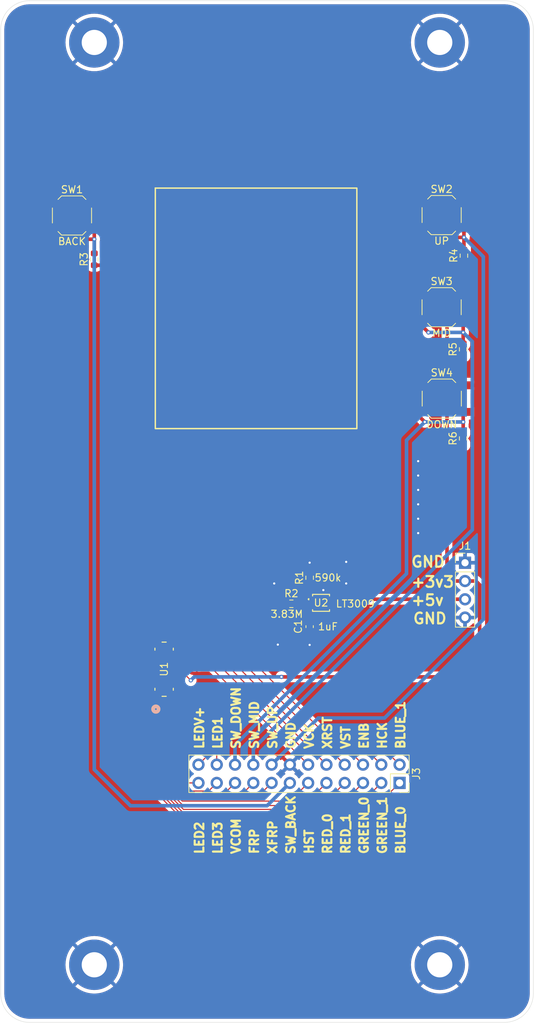
<source format=kicad_pcb>
(kicad_pcb (version 20240108) (generator "pcbnew") (generator_version "8.0")
  (layers (0 "F.Cu" signal) (31 "B.Cu" signal) (34 "B.Paste" user) (35 "F.Paste" user) (36 "B.SilkS" user "B.Silkscreen") (37 "F.SilkS" user "F.Silkscreen") (38 "B.Mask" user) (39 "F.Mask" user) (44 "Edge.Cuts" user))
  (net 0 "")
  (net 1 "GND")
  (net 3 "/VDDP")
  (net 4 "+5V")
  (net 5 "VCC")
  (net 6 "/LED2")
  (net 7 "/VCK")
  (net 8 "/VCOM")
  (net 9 "/XFRP")
  (net 10 "/GREEN_1")
  (net 11 "/GREEN_0")
  (net 12 "/RED_0")
  (net 13 "/LED1")
  (net 14 "/BLUE_0")
  (net 15 "/FRP")
  (net 16 "/BLUE_1")
  (net 17 "/VST")
  (net 18 "/HST")
  (net 19 "/LED3")
  (net 20 "/XRST")
  (net 21 "/RED_1")
  (net 23 "/LEDV+")
  (net 24 "/HCK")
  (net 25 "/ENB")
  (net 26 "Net-(U2-ADJ{slash}NC)")
  (net 27 "/SW_BACK")
  (net 28 "/SW_UP")
  (net 29 "/SW_MID")
  (net 30 "/SW_DOWN")
  (footprint "Capacitor_SMD:C_0603_1608Metric" (layer "F.Cu") (at 138.92 117 -90)
    (property "Reference" "C1" (at 0 1.59 90) (layer "F.SilkS"))
    (property "Value" "1uF" (at 0 -2.54 180) (layer "F.SilkS"))
    (fp_line (start -0.14058 0.51) (end 0.14058 0.51) (stroke (width 0.12)) (layer "F.SilkS"))
    (fp_line (start -0.14058 -0.51) (end 0.14058 -0.51) (stroke (width 0.12)) (layer "F.SilkS"))
    (pad "1" smd roundrect (at -0.775 0 270) (size 0.9 0.95) (layers "F.Cu" "F.Paste" "F.Mask") (net 3 "/VDDP"))
    (pad "2" smd roundrect (at 0.775 0 270) (size 0.9 0.95) (layers "F.Cu" "F.Paste" "F.Mask") (net 1 "GND"))
  )
  (footprint "BM20B:BM20B0.6-24DS-0.4V53_HIR" (layer "F.Cu") (at 118.703065 122.91695 90)
    (property "Reference" "U1" (at 0 0 90) (layer "F.SilkS"))
    (property "Value" "BM20B0.6-24DS-0.4V53")
    (fp_circle (center -5.545 -1.15) (end -5.164 -1.15) (stroke (width 0.508)) (fill none) (layer "B.SilkS"))
    (fp_line (start 2.924861 -1.277) (end 2.647041 -1.277) (stroke (width 0.1524)) (layer "F.SilkS"))
    (fp_line (start -2.647041 -1.277) (end -2.924861 -1.277) (stroke (width 0.1524)) (layer "F.SilkS"))
    (fp_line (start -3.767 -0.287533) (end -3.767 0.287573) (stroke (width 0.1524)) (layer "F.SilkS"))
    (fp_line (start 3.767 0.287573) (end 3.767 -0.287533) (stroke (width 0.1524)) (layer "F.SilkS"))
    (fp_line (start 2.647041 1.277) (end 2.92481 1.277) (stroke (width 0.1524)) (layer "F.SilkS"))
    (fp_line (start -2.92481 1.277) (end -2.647041 1.277) (stroke (width 0.1524)) (layer "F.SilkS"))
    (fp_circle (center -5.545 -1.15) (end -5.164 -1.15) (stroke (width 0.508)) (fill none) (layer "F.SilkS"))
    (pad "1" smd rect (at 2.200001 -1.15 90) (size 0.2286 0.3048) (layers "F.Cu" "F.Paste" "F.Mask") (net 14 "/BLUE_0"))
    (pad "2" smd rect (at 1.799999 -1.15 90) (size 0.2286 0.3048) (layers "F.Cu" "F.Paste" "F.Mask") (net 10 "/GREEN_1"))
    (pad "3" smd rect (at 1.4 -1.15 90) (size 0.2286 0.3048) (layers "F.Cu" "F.Paste" "F.Mask") (net 11 "/GREEN_0"))
    (pad "4" smd rect (at 1.000001 -1.15 90) (size 0.2286 0.3048) (layers "F.Cu" "F.Paste" "F.Mask") (net 21 "/RED_1"))
    (pad "5" smd rect (at 0.599999 -1.15 90) (size 0.2286 0.3048) (layers "F.Cu" "F.Paste" "F.Mask") (net 12 "/RED_0"))
    (pad "6" smd rect (at 0.2 -1.15 90) (size 0.2286 0.3048) (layers "F.Cu" "F.Paste" "F.Mask") (net 18 "/HST"))
    (pad "7" smd rect (at -0.2 -1.15 90) (size 0.2286 0.3048) (layers "F.Cu" "F.Paste" "F.Mask") (net 3 "/VDDP"))
    (pad "8" smd rect (at -0.599999 -1.15 90) (size 0.2286 0.3048) (layers "F.Cu" "F.Paste" "F.Mask") (net 9 "/XFRP"))
    (pad "9" smd rect (at -1.000001 -1.15 90) (size 0.2286 0.3048) (layers "F.Cu" "F.Paste" "F.Mask") (net 15 "/FRP"))
    (pad "10" smd rect (at -1.4 -1.15 90) (size 0.2286 0.3048) (layers "F.Cu" "F.Paste" "F.Mask") (net 8 "/VCOM"))
    (pad "11" smd rect (at -1.799999 -1.15 90) (size 0.2286 0.3048) (layers "F.Cu" "F.Paste" "F.Mask") (net 19 "/LED3"))
    (pad "12" smd rect (at -2.200001 -1.15 90) (size 0.2286 0.3048) (layers "F.Cu" "F.Paste" "F.Mask") (net 6 "/LED2"))
    (pad "13" smd rect (at -2.200001 1.15 90) (size 0.2286 0.3048) (layers "F.Cu" "F.Paste" "F.Mask") (net 23 "/LEDV+"))
    (pad "14" smd rect (at -1.799999 1.15 90) (size 0.2286 0.3048) (layers "F.Cu" "F.Paste" "F.Mask") (net 13 "/LED1"))
    (pad "15" smd rect (at -1.4 1.15 90) (size 0.2286 0.3048) (layers "F.Cu" "F.Paste" "F.Mask"))
    (pad "16" smd rect (at -1.000001 1.15 90) (size 0.2286 0.3048) (layers "F.Cu" "F.Paste" "F.Mask") (net 5 "VCC"))
    (pad "17" smd rect (at -0.599999 1.15 90) (size 0.2286 0.3048) (layers "F.Cu" "F.Paste" "F.Mask"))
    (pad "18" smd rect (at -0.2 1.15 90) (size 0.2286 0.3048) (layers "F.Cu" "F.Paste" "F.Mask") (net 1 "GND"))
    (pad "19" smd rect (at 0.2 1.15 90) (size 0.2286 0.3048) (layers "F.Cu" "F.Paste" "F.Mask") (net 7 "/VCK"))
    (pad "20" smd rect (at 0.599999 1.15 90) (size 0.2286 0.3048) (layers "F.Cu" "F.Paste" "F.Mask") (net 20 "/XRST"))
    (pad "21" smd rect (at 1.000001 1.15 90) (size 0.2286 0.3048) (layers "F.Cu" "F.Paste" "F.Mask") (net 17 "/VST"))
    (pad "22" smd rect (at 1.4 1.15 90) (size 0.2286 0.3048) (layers "F.Cu" "F.Paste" "F.Mask") (net 25 "/ENB"))
    (pad "23" smd rect (at 1.799999 1.15 90) (size 0.2286 0.3048) (layers "F.Cu" "F.Paste" "F.Mask") (net 24 "/HCK"))
    (pad "24" smd rect (at 2.200001 1.15 90) (size 0.2286 0.3048) (layers "F.Cu" "F.Paste" "F.Mask") (net 16 "/BLUE_1"))
    (pad "25" smd rect (at -3.410001 -0.930935 180) (size 0.762 0.3048) (layers "F.Cu" "F.Paste" "F.Mask"))
    (pad "26" smd rect (at 3.410001 -0.930935 180) (size 0.762 0.3048) (layers "F.Cu" "F.Paste" "F.Mask"))
    (pad "27" smd rect (at -3.40995 0.930935 180) (size 0.762 0.3048) (layers "F.Cu" "F.Paste" "F.Mask"))
    (pad "28" smd rect (at 3.40995 0.930935 180) (size 0.762 0.3048) (layers "F.Cu" "F.Paste" "F.Mask"))
  )
  (footprint "Resistor_SMD:R_0603_1608Metric" (layer "F.Cu") (at 136.38 113.825 180)
    (property "Reference" "R2" (at 0 1.43 0) (layer "F.SilkS"))
    (property "Value" "3.83M" (at 0.635 -1.43 0) (layer "F.SilkS"))
    (fp_line (start -0.237258 0.5225) (end 0.237258 0.5225) (stroke (width 0.12)) (layer "F.SilkS"))
    (fp_line (start -0.237258 -0.5225) (end 0.237258 -0.5225) (stroke (width 0.12)) (layer "F.SilkS"))
    (pad "1" smd roundrect (at -0.825 0 180) (size 0.8 0.95) (layers "F.Cu" "F.Paste" "F.Mask") (net 3 "/VDDP"))
    (pad "2" smd roundrect (at 0.825 0 180) (size 0.8 0.95) (layers "F.Cu" "F.Paste" "F.Mask") (net 26 "Net-(U2-ADJ{slash}NC)"))
  )
  (footprint "LT3009:DFN-6_DC_LIT" (layer "F.Cu") (at 140.507599 113.689999)
    (property "Reference" "U2" (at 0 0 0) (layer "F.SilkS"))
    (property "Value" "LT3009" (at 4.762401 0.135001 0) (layer "F.SilkS"))
    (fp_line (start -1.177 -1.177) (end -1.177 -0.957339) (stroke (width 0.1524)) (layer "F.SilkS"))
    (fp_line (start -1.177 0.957339) (end -1.177 1.177) (stroke (width 0.1524)) (layer "F.SilkS"))
    (fp_line (start -1.177 1.177) (end 1.177 1.177) (stroke (width 0.1524)) (layer "F.SilkS"))
    (fp_line (start 1.177 -1.177) (end -1.177 -1.177) (stroke (width 0.1524)) (layer "F.SilkS"))
    (fp_line (start 1.177 -0.957339) (end 1.177 -1.177) (stroke (width 0.1524)) (layer "F.SilkS"))
    (fp_line (start 1.177 1.177) (end 1.177 0.957339) (stroke (width 0.1524)) (layer "F.SilkS"))
    (fp_arc (start -1.687541 -0.426171) (mid -1.7826 -0.5) (end -1.687541 -0.573829) (stroke (width 0.1524)) (layer "F.SilkS"))
    (pad "1" smd rect (at -0.952401 -0.499999) (size 0.8048 0.2492) (layers "F.Cu" "F.Paste" "F.Mask") (net 26 "Net-(U2-ADJ{slash}NC)"))
    (pad "2" smd rect (at -0.952401 0) (size 0.8048 0.2492) (layers "F.Cu" "F.Paste" "F.Mask") (net 3 "/VDDP"))
    (pad "3" smd rect (at -0.952401 0.499999) (size 0.8048 0.2492) (layers "F.Cu" "F.Paste" "F.Mask") (net 3 "/VDDP"))
    (pad "4" smd rect (at 0.952401 0.499999) (size 0.8048 0.2492) (layers "F.Cu" "F.Paste" "F.Mask") (net 4 "+5V"))
    (pad "5" smd rect (at 0.952401 0) (size 0.8048 0.2492) (layers "F.Cu" "F.Paste" "F.Mask") (net 4 "+5V"))
    (pad "6" smd rect (at 0.952401 -0.499999) (size 0.8048 0.2492) (layers "F.Cu" "F.Paste" "F.Mask") (net 1 "GND"))
    (pad "7" smd rect (at 0 0) (size 0.61 1.42) (layers "F.Cu" "F.Paste" "F.Mask") (net 1 "GND"))
  )
  (footprint "MountingHole:MountingHole_3.5mm_Pad" (layer "F.Cu") (at 109 164)
    (property "Reference" "H3" (hide yes))
    (property "Value" "GND")
    (pad "1" thru_hole circle (at 0 0) (size 7 7) (drill 3.5) (layers "*.Cu" "*.Mask") (net 1 "GND"))
  )
  (footprint "Resistor_SMD:R_0603_1608Metric" (layer "F.Cu") (at 138.92 110.205 90)
    (property "Reference" "R1" (at 0 -1.43 90) (layer "F.SilkS"))
    (property "Value" "590k" (at 0 2.54 180) (layer "F.SilkS"))
    (fp_line (start -0.237258 -0.5225) (end 0.237258 -0.5225) (stroke (width 0.12)) (layer "F.SilkS"))
    (fp_line (start -0.237258 0.5225) (end 0.237258 0.5225) (stroke (width 0.12)) (layer "F.SilkS"))
    (pad "1" smd roundrect (at -0.825 0 90) (size 0.8 0.95) (layers "F.Cu" "F.Paste" "F.Mask") (net 26 "Net-(U2-ADJ{slash}NC)"))
    (pad "2" smd roundrect (at 0.825 0 90) (size 0.8 0.95) (layers "F.Cu" "F.Paste" "F.Mask") (net 1 "GND"))
  )
  (footprint "MountingHole:MountingHole_3.5mm_Pad" (layer "F.Cu") (at 157 35.8)
    (property "Reference" "H2" (hide yes))
    (property "Value" "GND")
    (pad "1" thru_hole circle (at 0 0) (size 7 7) (drill 3.5) (layers "*.Cu" "*.Mask") (net 1 "GND"))
  )
  (footprint "Resistor_SMD:R_0603_1608Metric" (layer "F.Cu") (at 160.3576 65.438 90)
    (property "Reference" "R4" (at 0 -1.43 90) (layer "F.SilkS"))
    (property "Value" "4.7k")
    (fp_line (start -0.237258 -0.5225) (end 0.237258 -0.5225) (stroke (width 0.12)) (layer "F.SilkS"))
    (fp_line (start -0.237258 0.5225) (end 0.237258 0.5225) (stroke (width 0.12)) (layer "F.SilkS"))
    (pad "1" smd roundrect (at -0.825 0 90) (size 0.8 0.95) (layers "F.Cu" "F.Paste" "F.Mask") (net 5 "VCC"))
    (pad "2" smd roundrect (at 0.825 0 90) (size 0.8 0.95) (layers "F.Cu" "F.Paste" "F.Mask") (net 28 "/SW_UP"))
  )
  (footprint "Resistor_SMD:R_0603_1608Metric" (layer "F.Cu") (at 160.256 90.838 90)
    (property "Reference" "R6" (at 0 -1.43 90) (layer "F.SilkS"))
    (property "Value" "4.7k")
    (fp_line (start -0.237258 -0.5225) (end 0.237258 -0.5225) (stroke (width 0.12)) (layer "F.SilkS"))
    (fp_line (start -0.237258 0.5225) (end 0.237258 0.5225) (stroke (width 0.12)) (layer "F.SilkS"))
    (pad "1" smd roundrect (at -0.825 0 90) (size 0.8 0.95) (layers "F.Cu" "F.Paste" "F.Mask") (net 5 "VCC"))
    (pad "2" smd roundrect (at 0.825 0 90) (size 0.8 0.95) (layers "F.Cu" "F.Paste" "F.Mask") (net 30 "/SW_DOWN"))
  )
  (footprint "Connector_PinHeader_2.54mm:PinHeader_2x12_P2.54mm_Vertical" (layer "F.Cu") (at 120.934966 138.722199 90)
    (property "Reference" "J3" (at 1.27 32.81 90) (layer "F.SilkS"))
    (property "Value" "PROTOCONN")
    (fp_line (start -1.33 1.21) (end 3.87 1.21) (stroke (width 0.12)) (layer "F.SilkS"))
    (fp_line (start 1.27 29.21) (end 1.27 31.81) (stroke (width 0.12)) (layer "F.SilkS"))
    (fp_line (start -1.33 29.21) (end -1.33 1.21) (stroke (width 0.12)) (layer "F.SilkS"))
    (fp_line (start -1.33 29.21) (end 1.27 29.21) (stroke (width 0.12)) (layer "F.SilkS"))
    (fp_line (start -1.33 30.48) (end -1.33 31.81) (stroke (width 0.12)) (layer "F.SilkS"))
    (fp_line (start 3.87 31.81) (end 3.87 1.21) (stroke (width 0.12)) (layer "F.SilkS"))
    (fp_line (start 1.27 31.81) (end 3.87 31.81) (stroke (width 0.12)) (layer "F.SilkS"))
    (fp_line (start -1.33 31.81) (end 0 31.81) (stroke (width 0.12)) (layer "F.SilkS"))
    (pad "1" thru_hole rect (at 0 30.48 90) (size 1.7 1.7) (drill 1) (layers "*.Cu" "*.Mask") (net 14 "/BLUE_0"))
    (pad "2" thru_hole circle (at 0 27.94 90) (size 1.7 1.7) (drill 1) (layers "*.Cu" "*.Mask") (net 10 "/GREEN_1"))
    (pad "3" thru_hole circle (at 0 25.4 90) (size 1.7 1.7) (drill 1) (layers "*.Cu" "*.Mask") (net 11 "/GREEN_0"))
    (pad "4" thru_hole circle (at 0 22.86 90) (size 1.7 1.7) (drill 1) (layers "*.Cu" "*.Mask") (net 21 "/RED_1"))
    (pad "5" thru_hole circle (at 0 20.32 90) (size 1.7 1.7) (drill 1) (layers "*.Cu" "*.Mask") (net 12 "/RED_0"))
    (pad "6" thru_hole circle (at 0 17.78 90) (size 1.7 1.7) (drill 1) (layers "*.Cu" "*.Mask") (net 18 "/HST"))
    (pad "7" thru_hole circle (at 0 15.24 90) (size 1.7 1.7) (drill 1) (layers "*.Cu" "*.Mask") (net 27 "/SW_BACK"))
    (pad "8" thru_hole circle (at 0 12.7 90) (size 1.7 1.7) (drill 1) (layers "*.Cu" "*.Mask") (net 9 "/XFRP"))
    (pad "9" thru_hole circle (at 0 10.16 90) (size 1.7 1.7) (drill 1) (layers "*.Cu" "*.Mask") (net 15 "/FRP"))
    (pad "10" thru_hole circle (at 0 7.62 90) (size 1.7 1.7) (drill 1) (layers "*.Cu" "*.Mask") (net 8 "/VCOM"))
    (pad "11" thru_hole circle (at 0 5.08 90) (size 1.7 1.7) (drill 1) (layers "*.Cu" "*.Mask") (net 19 "/LED3"))
    (pad "12" thru_hole circle (at 0 2.54 90) (size 1.7 1.7) (drill 1) (layers "*.Cu" "*.Mask") (net 6 "/LED2"))
    (pad "13" thru_hole circle (at 2.54 2.54 90) (size 1.7 1.7) (drill 1) (layers "*.Cu" "*.Mask") (net 23 "/LEDV+"))
    (pad "14" thru_hole circle (at 2.54 5.08 90) (size 1.7 1.7) (drill 1) (layers "*.Cu" "*.Mask") (net 13 "/LED1"))
    (pad "15" thru_hole circle (at 2.54 7.62 90) (size 1.7 1.7) (drill 1) (layers "*.Cu" "*.Mask") (net 30 "/SW_DOWN"))
    (pad "16" thru_hole circle (at 2.54 10.16 90) (size 1.7 1.7) (drill 1) (layers "*.Cu" "*.Mask") (net 29 "/SW_MID"))
    (pad "17" thru_hole circle (at 2.54 12.7 90) (size 1.7 1.7) (drill 1) (layers "*.Cu" "*.Mask") (net 28 "/SW_UP"))
    (pad "18" thru_hole circle (at 2.54 15.24 90) (size 1.7 1.7) (drill 1) (layers "*.Cu" "*.Mask") (net 1 "GND"))
    (pad "19" thru_hole circle (at 2.54 17.78 90) (size 1.7 1.7) (drill 1) (layers "*.Cu" "*.Mask") (net 7 "/VCK"))
    (pad "20" thru_hole circle (at 2.54 20.32 90) (size 1.7 1.7) (drill 1) (layers "*.Cu" "*.Mask") (net 20 "/XRST"))
    (pad "21" thru_hole circle (at 2.54 22.86 90) (size 1.7 1.7) (drill 1) (layers "*.Cu" "*.Mask") (net 17 "/VST"))
    (pad "22" thru_hole circle (at 2.54 25.4 90) (size 1.7 1.7) (drill 1) (layers "*.Cu" "*.Mask") (net 25 "/ENB"))
    (pad "23" thru_hole circle (at 2.54 27.94 90) (size 1.7 1.7) (drill 1) (layers "*.Cu" "*.Mask") (net 24 "/HCK"))
    (pad "24" thru_hole circle (at 2.54 30.48 90) (size 1.7 1.7) (drill 1) (layers "*.Cu" "*.Mask") (net 16 "/BLUE_1"))
  )
  (footprint "MountingHole:MountingHole_3.5mm_Pad" (layer "F.Cu") (at 109 35.8)
    (property "Reference" "H1" (hide yes))
    (property "Value" "GND")
    (pad "1" thru_hole circle (at 0 0) (size 7 7) (drill 3.5) (layers "*.Cu" "*.Mask") (net 1 "GND"))
  )
  (footprint "Resistor_SMD:R_0603_1608Metric" (layer "F.Cu") (at 108.9988 65.946 90)
    (property "Reference" "R3" (at 0 -1.43 90) (layer "F.SilkS"))
    (property "Value" "4.7k")
    (fp_line (start -0.237258 -0.5225) (end 0.237258 -0.5225) (stroke (width 0.12)) (layer "F.SilkS"))
    (fp_line (start -0.237258 0.5225) (end 0.237258 0.5225) (stroke (width 0.12)) (layer "F.SilkS"))
    (pad "1" smd roundrect (at -0.825 0 90) (size 0.8 0.95) (layers "F.Cu" "F.Paste" "F.Mask") (net 5 "VCC"))
    (pad "2" smd roundrect (at 0.825 0 90) (size 0.8 0.95) (layers "F.Cu" "F.Paste" "F.Mask") (net 27 "/SW_BACK"))
  )
  (footprint "Connector_PinHeader_2.54mm:PinHeader_1x04_P2.54mm_Vertical" (layer "F.Cu") (at 160.51 108.12)
    (property "Reference" "J1" (at 0 -2.33 0) (layer "F.SilkS"))
    (property "Value" "PWRCONN")
    (fp_line (start -1.33 -1.33) (end 0 -1.33) (stroke (width 0.12)) (layer "F.SilkS"))
    (fp_line (start -1.33 0) (end -1.33 -1.33) (stroke (width 0.12)) (layer "F.SilkS"))
    (fp_line (start -1.33 1.27) (end -1.33 8.95) (stroke (width 0.12)) (layer "F.SilkS"))
    (fp_line (start -1.33 1.27) (end 1.33 1.27) (stroke (width 0.12)) (layer "F.SilkS"))
    (fp_line (start -1.33 8.95) (end 1.33 8.95) (stroke (width 0.12)) (layer "F.SilkS"))
    (fp_line (start 1.33 1.27) (end 1.33 8.95) (stroke (width 0.12)) (layer "F.SilkS"))
    (pad "1" thru_hole rect (at 0 0) (size 1.7 1.7) (drill 1) (layers "*.Cu" "*.Mask") (net 1 "GND"))
    (pad "2" thru_hole oval (at 0 2.54) (size 1.7 1.7) (drill 1) (layers "*.Cu" "*.Mask") (net 5 "VCC"))
    (pad "3" thru_hole oval (at 0 5.08) (size 1.7 1.7) (drill 1) (layers "*.Cu" "*.Mask") (net 4 "+5V"))
    (pad "4" thru_hole oval (at 0 7.62) (size 1.7 1.7) (drill 1) (layers "*.Cu" "*.Mask") (net 1 "GND"))
  )
  (footprint "Button_Switch_SMD:SW_SPST_SKQG_WithStem" (layer "F.Cu") (at 157.26 59.795)
    (property "Reference" "SW2" (at 0 -3.6 0) (layer "F.SilkS"))
    (property "Value" "UP" (at 0 3.6 0) (layer "F.SilkS"))
    (fp_line (start -2.72 1.04) (end -2.72 -1.04) (stroke (width 0.12)) (layer "F.SilkS"))
    (fp_line (start -1.45 -2.72) (end -1.94 -2.23) (stroke (width 0.12)) (layer "F.SilkS"))
    (fp_line (start -1.45 -2.72) (end 1.45 -2.72) (stroke (width 0.12)) (layer "F.SilkS"))
    (fp_line (start -1.45 2.72) (end -1.94 2.23) (stroke (width 0.12)) (layer "F.SilkS"))
    (fp_line (start -1.45 2.72) (end 1.45 2.72) (stroke (width 0.12)) (layer "F.SilkS"))
    (fp_line (start 1.45 -2.72) (end 1.94 -2.23) (stroke (width 0.12)) (layer "F.SilkS"))
    (fp_line (start 1.45 2.72) (end 1.94 2.23) (stroke (width 0.12)) (layer "F.SilkS"))
    (fp_line (start 2.72 1.04) (end 2.72 -1.04) (stroke (width 0.12)) (layer "F.SilkS"))
    (pad "1" smd rect (at -3.1 -1.85) (size 1.8 1.1) (layers "F.Cu" "F.Paste" "F.Mask") (net 1 "GND"))
    (pad "1" smd rect (at 3.1 -1.85) (size 1.8 1.1) (layers "F.Cu" "F.Paste" "F.Mask") (net 1 "GND"))
    (pad "2" smd rect (at -3.1 1.85) (size 1.8 1.1) (layers "F.Cu" "F.Paste" "F.Mask") (net 28 "/SW_UP"))
    (pad "2" smd rect (at 3.1 1.85) (size 1.8 1.1) (layers "F.Cu" "F.Paste" "F.Mask") (net 28 "/SW_UP"))
    (zone (net 0) (net_name "") (layer "F.Cu") (connect_pads (clearance 0)) (min_thickness 0.254)
      (keepout (tracks not_allowed) (vias not_allowed) (pads not_allowed) (copperpour not_allowed) (footprints not_allowed))
      (fill (thermal_gap 0.508) (thermal_bridge_width 0.508))
      (polygon (pts (xy 153.26 58.495) (xy 156.26 58.495) (xy 156.26 61.095) (xy 153.26 61.095)))
    )
    (zone (net 0) (net_name "") (layer "F.Cu") (connect_pads (clearance 0)) (min_thickness 0.254)
      (keepout (tracks not_allowed) (vias not_allowed) (pads not_allowed) (copperpour not_allowed) (footprints not_allowed))
      (fill (thermal_gap 0.508) (thermal_bridge_width 0.508))
      (polygon (pts (xy 158.26 58.495) (xy 161.26 58.495) (xy 161.26 61.095) (xy 158.26 61.095)))
    )
  )
  (footprint "Button_Switch_SMD:SW_SPST_SKQG_WithStem" (layer "F.Cu") (at 105.9 59.85)
    (property "Reference" "SW1" (at 0 -3.6 0) (layer "F.SilkS"))
    (property "Value" "BACK" (at 0 3.6 0) (layer "F.SilkS"))
    (fp_line (start -2.72 1.04) (end -2.72 -1.04) (stroke (width 0.12)) (layer "F.SilkS"))
    (fp_line (start -1.45 -2.72) (end -1.94 -2.23) (stroke (width 0.12)) (layer "F.SilkS"))
    (fp_line (start -1.45 -2.72) (end 1.45 -2.72) (stroke (width 0.12)) (layer "F.SilkS"))
    (fp_line (start -1.45 2.72) (end -1.94 2.23) (stroke (width 0.12)) (layer "F.SilkS"))
    (fp_line (start -1.45 2.72) (end 1.45 2.72) (stroke (width 0.12)) (layer "F.SilkS"))
    (fp_line (start 1.45 -2.72) (end 1.94 -2.23) (stroke (width 0.12)) (layer "F.SilkS"))
    (fp_line (start 1.45 2.72) (end 1.94 2.23) (stroke (width 0.12)) (layer "F.SilkS"))
    (fp_line (start 2.72 1.04) (end 2.72 -1.04) (stroke (width 0.12)) (layer "F.SilkS"))
    (pad "1" smd rect (at -3.1 -1.85) (size 1.8 1.1) (layers "F.Cu" "F.Paste" "F.Mask") (net 1 "GND"))
    (pad "1" smd rect (at 3.1 -1.85) (size 1.8 1.1) (layers "F.Cu" "F.Paste" "F.Mask") (net 1 "GND"))
    (pad "2" smd rect (at -3.1 1.85) (size 1.8 1.1) (layers "F.Cu" "F.Paste" "F.Mask") (net 27 "/SW_BACK"))
    (pad "2" smd rect (at 3.1 1.85) (size 1.8 1.1) (layers "F.Cu" "F.Paste" "F.Mask") (net 27 "/SW_BACK"))
    (zone (net 0) (net_name "") (layer "F.Cu") (connect_pads (clearance 0)) (min_thickness 0.254)
      (keepout (tracks not_allowed) (vias not_allowed) (pads not_allowed) (copperpour not_allowed) (footprints not_allowed))
      (fill (thermal_gap 0.508) (thermal_bridge_width 0.508))
      (polygon (pts (xy 101.9 58.55) (xy 104.9 58.55) (xy 104.9 61.15) (xy 101.9 61.15)))
    )
    (zone (net 0) (net_name "") (layer "F.Cu") (connect_pads (clearance 0)) (min_thickness 0.254)
      (keepout (tracks not_allowed) (vias not_allowed) (pads not_allowed) (copperpour not_allowed) (footprints not_allowed))
      (fill (thermal_gap 0.508) (thermal_bridge_width 0.508))
      (polygon (pts (xy 106.9 58.55) (xy 109.9 58.55) (xy 109.9 61.15) (xy 106.9 61.15)))
    )
  )
  (footprint "MountingHole:MountingHole_3.5mm_Pad" (layer "F.Cu") (at 157 164)
    (property "Reference" "H4" (hide yes))
    (property "Value" "GND")
    (pad "1" thru_hole circle (at 0 0) (size 7 7) (drill 3.5) (layers "*.Cu" "*.Mask") (net 1 "GND"))
  )
  (footprint "Resistor_SMD:R_0603_1608Metric" (layer "F.Cu") (at 160.256 78.455 90)
    (property "Reference" "R5" (at 0 -1.43 90) (layer "F.SilkS"))
    (property "Value" "4.7k")
    (fp_line (start -0.237258 -0.5225) (end 0.237258 -0.5225) (stroke (width 0.12)) (layer "F.SilkS"))
    (fp_line (start -0.237258 0.5225) (end 0.237258 0.5225) (stroke (width 0.12)) (layer "F.SilkS"))
    (pad "1" smd roundrect (at -0.825 0 90) (size 0.8 0.95) (layers "F.Cu" "F.Paste" "F.Mask") (net 5 "VCC"))
    (pad "2" smd roundrect (at 0.825 0 90) (size 0.8 0.95) (layers "F.Cu" "F.Paste" "F.Mask") (net 29 "/SW_MID"))
  )
  (footprint "Button_Switch_SMD:SW_SPST_SKQG_WithStem" (layer "F.Cu") (at 157.28 85.305)
    (property "Reference" "SW4" (at 0 -3.6 0) (layer "F.SilkS"))
    (property "Value" "DOWN" (at 0 3.6 0) (layer "F.SilkS"))
    (fp_line (start -2.72 1.04) (end -2.72 -1.04) (stroke (width 0.12)) (layer "F.SilkS"))
    (fp_line (start -1.45 -2.72) (end -1.94 -2.23) (stroke (width 0.12)) (layer "F.SilkS"))
    (fp_line (start -1.45 -2.72) (end 1.45 -2.72) (stroke (width 0.12)) (layer "F.SilkS"))
    (fp_line (start -1.45 2.72) (end -1.94 2.23) (stroke (width 0.12)) (layer "F.SilkS"))
    (fp_line (start -1.45 2.72) (end 1.45 2.72) (stroke (width 0.12)) (layer "F.SilkS"))
    (fp_line (start 1.45 -2.72) (end 1.94 -2.23) (stroke (width 0.12)) (layer "F.SilkS"))
    (fp_line (start 1.45 2.72) (end 1.94 2.23) (stroke (width 0.12)) (layer "F.SilkS"))
    (fp_line (start 2.72 1.04) (end 2.72 -1.04) (stroke (width 0.12)) (layer "F.SilkS"))
    (pad "1" smd rect (at -3.1 -1.85) (size 1.8 1.1) (layers "F.Cu" "F.Paste" "F.Mask") (net 1 "GND"))
    (pad "1" smd rect (at 3.1 -1.85) (size 1.8 1.1) (layers "F.Cu" "F.Paste" "F.Mask") (net 1 "GND"))
    (pad "2" smd rect (at -3.1 1.85) (size 1.8 1.1) (layers "F.Cu" "F.Paste" "F.Mask") (net 30 "/SW_DOWN"))
    (pad "2" smd rect (at 3.1 1.85) (size 1.8 1.1) (layers "F.Cu" "F.Paste" "F.Mask") (net 30 "/SW_DOWN"))
    (zone (net 0) (net_name "") (layer "F.Cu") (connect_pads (clearance 0)) (min_thickness 0.254)
      (keepout (tracks not_allowed) (vias not_allowed) (pads not_allowed) (copperpour not_allowed) (footprints not_allowed))
      (fill (thermal_gap 0.508) (thermal_bridge_width 0.508))
      (polygon (pts (xy 153.28 84.005) (xy 156.28 84.005) (xy 156.28 86.605) (xy 153.28 86.605)))
    )
    (zone (net 0) (net_name "") (layer "F.Cu") (connect_pads (clearance 0)) (min_thickness 0.254)
      (keepout (tracks not_allowed) (vias not_allowed) (pads not_allowed) (copperpour not_allowed) (footprints not_allowed))
      (fill (thermal_gap 0.508) (thermal_bridge_width 0.508))
      (polygon (pts (xy 158.28 84.005) (xy 161.28 84.005) (xy 161.28 86.605) (xy 158.28 86.605)))
    )
  )
  (footprint "Button_Switch_SMD:SW_SPST_SKQG_WithStem" (layer "F.Cu") (at 157.257 72.605)
    (property "Reference" "SW3" (at 0 -3.6 0) (layer "F.SilkS"))
    (property "Value" "MID" (at 0 3.6 0) (layer "F.SilkS"))
    (fp_line (start -2.72 1.04) (end -2.72 -1.04) (stroke (width 0.12)) (layer "F.SilkS"))
    (fp_line (start -1.45 -2.72) (end -1.94 -2.23) (stroke (width 0.12)) (layer "F.SilkS"))
    (fp_line (start -1.45 -2.72) (end 1.45 -2.72) (stroke (width 0.12)) (layer "F.SilkS"))
    (fp_line (start -1.45 2.72) (end -1.94 2.23) (stroke (width 0.12)) (layer "F.SilkS"))
    (fp_line (start -1.45 2.72) (end 1.45 2.72) (stroke (width 0.12)) (layer "F.SilkS"))
    (fp_line (start 1.45 -2.72) (end 1.94 -2.23) (stroke (width 0.12)) (layer "F.SilkS"))
    (fp_line (start 1.45 2.72) (end 1.94 2.23) (stroke (width 0.12)) (layer "F.SilkS"))
    (fp_line (start 2.72 1.04) (end 2.72 -1.04) (stroke (width 0.12)) (layer "F.SilkS"))
    (pad "1" smd rect (at -3.1 -1.85) (size 1.8 1.1) (layers "F.Cu" "F.Paste" "F.Mask") (net 1 "GND"))
    (pad "1" smd rect (at 3.1 -1.85) (size 1.8 1.1) (layers "F.Cu" "F.Paste" "F.Mask") (net 1 "GND"))
    (pad "2" smd rect (at -3.1 1.85) (size 1.8 1.1) (layers "F.Cu" "F.Paste" "F.Mask") (net 29 "/SW_MID"))
    (pad "2" smd rect (at 3.1 1.85) (size 1.8 1.1) (layers "F.Cu" "F.Paste" "F.Mask") (net 29 "/SW_MID"))
    (zone (net 0) (net_name "") (layer "F.Cu") (connect_pads (clearance 0)) (min_thickness 0.254)
      (keepout (tracks not_allowed) (vias not_allowed) (pads not_allowed) (copperpour not_allowed) (footprints not_allowed))
      (fill (thermal_gap 0.508) (thermal_bridge_width 0.508))
      (polygon (pts (xy 153.257 71.305) (xy 156.257 71.305) (xy 156.257 73.905) (xy 153.257 73.905)))
    )
    (zone (net 0) (net_name "") (layer "F.Cu") (connect_pads (clearance 0)) (min_thickness 0.254)
      (keepout (tracks not_allowed) (vias not_allowed) (pads not_allowed) (copperpour not_allowed) (footprints not_allowed))
      (fill (thermal_gap 0.508) (thermal_bridge_width 0.508))
      (polygon (pts (xy 158.257 71.305) (xy 161.257 71.305) (xy 161.257 73.905) (xy 158.257 73.905)))
    )
  )
  (gr_rect (start 117.48 56.046) (end 145.48 89.474) (stroke (width 0.2)) (fill none) (layer "F.SilkS"))
  (gr_arc (start 170 168) (mid 168.828427 170.828427) (end 166 172) (stroke (width 0.05)) (layer "Edge.Cuts"))
  (gr_arc (start 100 172) (mid 97.171573 170.828427) (end 96 168) (stroke (width 0.05)) (layer "Edge.Cuts"))
  (gr_arc (start 166 30) (mid 168.828427 31.171573) (end 170 34) (stroke (width 0.05)) (layer "Edge.Cuts"))
  (gr_line (start 166 172) (end 100 172) (stroke (width 0.05)) (layer "Edge.Cuts"))
  (gr_arc (start 96 34) (mid 97.171573 31.171573) (end 100 30) (stroke (width 0.05)) (layer "Edge.Cuts"))
  (gr_line (start 166 30) (end 100 30) (stroke (width 0.05)) (layer "Edge.Cuts"))
  (gr_line (start 96 168) (end 96 34) (stroke (width 0.05)) (layer "Edge.Cuts"))
  (gr_line (start 170 34) (end 170 168) (stroke (width 0.05)) (layer "Edge.Cuts"))
  (gr_text "RED_1" (at 144.635 148.75 90) (layer "F.SilkS") (effects (font (size 1.2 1.2) (thickness 0.3) (bold yes)) (justify left bottom)))
  (gr_text "VST" (at 144.635 134.145 90) (layer "F.SilkS") (effects (font (size 1.2 1.2) (thickness 0.3) (bold yes)) (justify left bottom)))
  (gr_text "GREEN_1" (at 149.715 148.75 90) (layer "F.SilkS") (effects (font (size 1.2 1.2) (thickness 0.3) (bold yes)) (justify left bottom)))
  (gr_text "LED2" (at 124.315 148.75 90) (layer "F.SilkS") (effects (font (size 1.2 1.2) (thickness 0.3) (bold yes)) (justify left bottom)))
  (gr_text "SW_BACK" (at 137.015 148.75 90) (layer "F.SilkS") (effects (font (size 1.2 1.2) (thickness 0.3) (bold yes)) (justify left bottom)))
  (gr_text "LED3" (at 126.855 148.75 90) (layer "F.SilkS") (effects (font (size 1.2 1.2) (thickness 0.3) (bold yes)) (justify left bottom)))
  (gr_text "HCK" (at 149.715 134.145 90) (layer "F.SilkS") (effects (font (size 1.2 1.2) (thickness 0.3) (bold yes)) (justify left bottom)))
  (gr_text "SW_MID" (at 131.935 134.145 90) (layer "F.SilkS") (effects (font (size 1.2 1.2) (thickness 0.3) (bold yes)) (justify left bottom)))
  (gr_text "BLUE_1" (at 152.255 134.145 90) (layer "F.SilkS") (effects (font (size 1.2 1.2) (thickness 0.3) (bold yes)) (justify left bottom)))
  (gr_text "LED1" (at 126.855 134.145 90) (layer "F.SilkS") (effects (font (size 1.2 1.2) (thickness 0.3) (bold yes)) (justify left bottom)))
  (gr_text "+5v" (at 152.89 114.206 0) (layer "F.SilkS") (effects (font (size 1.5 1.5) (thickness 0.3) (bold yes)) (justify left bottom)))
  (gr_text "XFRP" (at 134.475 148.75 90) (layer "F.SilkS") (effects (font (size 1.2 1.2) (thickness 0.3) (bold yes)) (justify left bottom)))
  (gr_text "+3v3" (at 152.89 111.666 0) (layer "F.SilkS") (effects (font (size 1.5 1.5) (thickness 0.3) (bold yes)) (justify left bottom)))
  (gr_text "ENB" (at 147.175 134.145 90) (layer "F.SilkS") (effects (font (size 1.2 1.2) (thickness 0.3) (bold yes)) (justify left bottom)))
  (gr_text "HST" (at 139.555 148.75 90) (layer "F.SilkS") (effects (font (size 1.2 1.2) (thickness 0.3) (bold yes)) (justify left bottom)))
  (gr_text "XRST" (at 142.095 134.145 90) (layer "F.SilkS") (effects (font (size 1.2 1.2) (thickness 0.3) (bold yes)) (justify left bottom)))
  (gr_text "GND" (at 152.89 108.872 0) (layer "F.SilkS") (effects (font (size 1.5 1.5) (thickness 0.3) (bold yes)) (justify left bottom)))
  (gr_text "VCOM" (at 129.395 148.75 90) (layer "F.SilkS") (effects (font (size 1.2 1.2) (thickness 0.3) (bold yes)) (justify left bottom)))
  (gr_text "VCK" (at 139.555 134.145 90) (layer "F.SilkS") (effects (font (size 1.2 1.2) (thickness 0.3) (bold yes)) (justify left bottom)))
  (gr_text "GND" (at 137.015 134.145 90) (layer "F.SilkS") (effects (font (size 1.2 1.2) (thickness 0.3) (bold yes)) (justify left bottom)))
  (gr_text "FRP" (at 131.935 148.75 90) (layer "F.SilkS") (effects (font (size 1.2 1.2) (thickness 0.3) (bold yes)) (justify left bottom)))
  (gr_text "LEDV+" (at 124.315 134.145 90) (layer "F.SilkS") (effects (font (size 1.2 1.2) (thickness 0.3) (bold yes)) (justify left bottom)))
  (gr_text "RED_0" (at 142.095 148.75 90) (layer "F.SilkS") (effects (font (size 1.2 1.2) (thickness 0.3) (bold yes)) (justify left bottom)))
  (gr_text "GREEN_0" (at 147.175 148.75 90) (layer "F.SilkS") (effects (font (size 1.2 1.2) (thickness 0.3) (bold yes)) (justify left bottom)))
  (gr_text "BLUE_0" (at 152.255 148.75 90) (layer "F.SilkS") (effects (font (size 1.2 1.2) (thickness 0.3) (bold yes)) (justify left bottom)))
  (gr_text "SW_UP" (at 134.475 134.145 90) (layer "F.SilkS") (effects (font (size 1.2 1.2) (thickness 0.3) (bold yes)) (justify left bottom)))
  (gr_text "SW_DOWN" (at 129.395 134.145 90) (layer "F.SilkS") (effects (font (size 1.2 1.2) (thickness 0.3) (bold yes)) (justify left bottom)))
  (gr_text "GND" (at 153.144 116.746 0) (layer "F.SilkS") (effects (font (size 1.5 1.5) (thickness 0.3) (bold yes)) (justify left bottom)))
  (segment (start 140.507599 113.689999) (end 140.507599 112.237401) (width 0.5) (layer "F.Cu") (net 1))
  (segment (start 141.007598 113.19) (end 140.507599 113.689999) (width 0.15) (layer "F.Cu") (net 1))
  (segment (start 123.090165 123.097398) (end 136.174966 136.182199) (width 0.15) (layer "F.Cu") (net 1))
  (segment (start 140.507599 112.237401) (end 140.825 111.92) (width 0.5) (layer "F.Cu") (net 1))
  (segment (start 141.46 113.19) (end 141.007598 113.19) (width 0.15) (layer "F.Cu") (net 1))
  (segment (start 138.92 109.38) (end 138.92 108.11) (width 0.5) (layer "F.Cu") (net 1))
  (segment (start 138.92 117.775) (end 138.92 119.54) (width 0.5) (layer "F.Cu") (net 1))
  (segment (start 119.830076 123.097398) (end 123.090165 123.097398) (width 0.15) (layer "F.Cu") (net 1))
  (via (at 134.5 119.5) (size 0.6) (drill 0.3) (layers "F.Cu" "B.Cu") (net 1))
  (via (at 138.92 108.11) (size 0.6) (drill 0.3) (layers "F.Cu" "B.Cu") (net 1))
  (via (at 138.92 119.54) (size 0.6) (drill 0.3) (layers "F.Cu" "B.Cu") (net 1))
  (via (at 154 102) (size 0.6) (drill 0.3) (layers "F.Cu" "B.Cu") (net 1))
  (via (at 154 98) (size 0.6) (drill 0.3) (layers "F.Cu" "B.Cu") (net 1))
  (via (at 140.825 111.92) (size 0.6) (drill 0.3) (layers "F.Cu" "B.Cu") (net 1))
  (via (at 134 111) (size 0.6) (drill 0.3) (layers "F.Cu" "B.Cu") (net 1))
  (via (at 154 100) (size 0.6) (drill 0.3) (layers "F.Cu" "B.Cu") (net 1))
  (via (at 154 104) (size 0.6) (drill 0.3) (layers "F.Cu" "B.Cu") (net 1))
  (via (at 154 94) (size 0.6) (drill 0.3) (layers "F.Cu" "B.Cu") (net 1))
  (via (at 154 96) (size 0.6) (drill 0.3) (layers "F.Cu" "B.Cu") (net 1))
  (via (at 144 111) (size 0.6) (drill 0.3) (layers "F.Cu" "B.Cu") (net 1))
  (via (at 144 108) (size 0.6) (drill 0.3) (layers "F.Cu" "B.Cu") (net 1))
  (segment (start 139.420197 113.825) (end 139.555198 113.689999) (width 0.2) (layer "F.Cu") (net 3))
  (segment (start 139.494798 113.825) (end 139.555198 113.7646) (width 0.5) (layer "F.Cu") (net 3))
  (segment (start 118.6 122.627674) (end 118.6 118.905) (width 0.15) (layer "F.Cu") (net 3))
  (segment (start 139.1902 113.825) (end 139.555198 114.189998) (width 0.5) (layer "F.Cu") (net 3))
  (segment (start 138.92 116.225) (end 138.92 114.399798) (width 0.5) (layer "F.Cu") (net 3))
  (segment (start 138.92 114.399798) (end 139.555198 113.7646) (width 0.5) (layer "F.Cu") (net 3))
  (segment (start 118.130277 123.097397) (end 118.6 122.627674) (width 0.15) (layer "F.Cu") (net 3))
  (segment (start 117.650076 123.097397) (end 118.130277 123.097397) (width 0.15) (layer "F.Cu") (net 3))
  (segment (start 137.205 113.825) (end 139.420197 113.825) (width 0.2) (layer "F.Cu") (net 3))
  (segment (start 121.28 116.225) (end 138.92 116.225) (width 0.15) (layer "F.Cu") (net 3))
  (segment (start 137.205 113.825) (end 139.494798 113.825) (width 0.5) (layer "F.Cu") (net 3))
  (segment (start 139.555198 114.189998) (end 139.555198 113.7646) (width 0.5) (layer "F.Cu") (net 3))
  (segment (start 137.205 113.825) (end 139.1902 113.825) (width 0.5) (layer "F.Cu") (net 3))
  (segment (start 118.6 118.905) (end 121.28 116.225) (width 0.15) (layer "F.Cu") (net 3))
  (segment (start 141.46 114.189998) (end 141.46 113.7646) (width 0.5) (layer "F.Cu") (net 4))
  (segment (start 142.0346 113.7646) (end 141.46 113.7646) (width 0.5) (layer "F.Cu") (net 4))
  (segment (start 141.887002 114.189998) (end 142.1735 113.9035) (width 0.5) (layer "F.Cu") (net 4))
  (segment (start 142.1735 113.9035) (end 142.0346 113.7646) (width 0.5) (layer "F.Cu") (net 4))
  (segment (start 141.46 114.189998) (end 141.887002 114.189998) (width 0.5) (layer "F.Cu") (net 4))
  (segment (start 142.887 113.19) (end 160.5 113.19) (width 0.5) (layer "F.Cu") (net 4))
  (segment (start 160.5 113.19) (end 160.51 113.2) (width 0.5) (layer "F.Cu") (net 4))
  (segment (start 142.1735 113.9035) (end 142.887 113.19) (width 0.5) (layer "F.Cu") (net 4))
  (segment (start 158.007 109.671) (end 158.007 89.414) (width 0.5) (layer "F.Cu") (net 5))
  (segment (start 157.335 123.985) (end 162.542 118.778) (width 0.5) (layer "F.Cu") (net 5))
  (segment (start 121.847399 123.897399) (end 119.830076 123.897399) (width 0.15) (layer "F.Cu") (net 5))
  (segment (start 122.41 124.46) (end 121.847399 123.897399) (width 0.15) (layer "F.Cu") (net 5))
  (segment (start 158.007 89.414) (end 160.256 91.663) (width 0.5) (layer "F.Cu") (net 5))
  (segment (start 159.8496 66.771) (end 160.3576 66.263) (width 0.5) (layer "F.Cu") (net 5))
  (segment (start 160.51 110.66) (end 158.996 110.66) (width 0.5) (layer "F.Cu") (net 5))
  (segment (start 162.542 118.778) (end 162.542 111.178) (width 0.5) (layer "F.Cu") (net 5))
  (segment (start 158.007 77.031) (end 158.007 89.414) (width 0.5) (layer "F.Cu") (net 5))
  (segment (start 162.024 110.66) (end 160.51 110.66) (width 0.5) (layer "F.Cu") (net 5))
  (segment (start 135 123.985) (end 157.335 123.985) (width 0.5) (layer "F.Cu") (net 5))
  (segment (start 158.007 77.031) (end 160.256 79.28) (width 0.5) (layer "F.Cu") (net 5))
  (segment (start 162.542 111.178) (end 162.024 110.66) (width 0.5) (layer "F.Cu") (net 5))
  (segment (start 158.007 68.004) (end 158.007 77.031) (width 0.5) (layer "F.Cu") (net 5))
  (segment (start 159.24 66.771) (end 159.8496 66.771) (width 0.5) (layer "F.Cu") (net 5))
  (segment (start 108.9988 66.771) (end 159.24 66.771) (width 0.5) (layer "F.Cu") (net 5))
  (segment (start 158.996 110.66) (end 158.007 109.671) (width 0.5) (layer "F.Cu") (net 5))
  (segment (start 159.24 66.771) (end 158.007 68.004) (width 0.5) (layer "F.Cu") (net 5))
  (via (at 122.41 124.46) (size 0.6) (drill 0.3) (layers "F.Cu" "B.Cu") (net 5))
  (via (at 135 123.985) (size 0.6) (drill 0.3) (layers "F.Cu" "B.Cu") (net 5))
  (segment (start 122.41 124.46) (end 122.885 123.985) (width 0.5) (layer "B.Cu") (net 5))
  (segment (start 122.885 123.985) (end 135 123.985) (width 0.5) (layer "B.Cu") (net 5))
  (segment (start 121.738582 138.722199) (end 123.474966 138.722199) (width 0.15) (layer "F.Cu") (net 6))
  (segment (start 118.6 126.047323) (end 118.6 127.184893) (width 0.15) (layer "F.Cu") (net 6))
  (segment (start 118.6 127.184893) (end 117.965 127.819893) (width 0.15) (layer "F.Cu") (net 6))
  (segment (start 117.650076 125.097399) (end 118.6 126.047323) (width 0.15) (layer "F.Cu") (net 6))
  (segment (start 117.965 127.819893) (end 117.965 134.948617) (width 0.15) (layer "F.Cu") (net 6))
  (segment (start 117.965 134.948617) (end 121.738582 138.722199) (width 0.15) (layer "F.Cu") (net 6))
  (segment (start 119.830076 122.697399) (end 123.662399 122.697399) (width 0.15) (layer "F.Cu") (net 7))
  (segment (start 123.677798 122.682) (end 125.222 122.682) (width 0.15) (layer "F.Cu") (net 7))
  (segment (start 138.714966 136.174966) (end 138.714966 136.182199) (width 0.15) (layer "F.Cu") (net 7))
  (segment (start 123.662399 122.697399) (end 123.677798 122.682) (width 0.15) (layer "F.Cu") (net 7))
  (segment (start 125.222 122.682) (end 138.714966 136.174966) (width 0.15) (layer "F.Cu") (net 7))
  (segment (start 117.074902 124.297398) (end 116.809176 124.563124) (width 0.15) (layer "F.Cu") (net 8))
  (segment (start 121.660991 140.197199) (end 127.079966 140.197199) (width 0.15) (layer "F.Cu") (net 8))
  (segment (start 127.079966 140.197199) (end 128.554966 138.722199) (width 0.15) (layer "F.Cu") (net 8))
  (segment (start 117.650076 124.297398) (end 117.074902 124.297398) (width 0.15) (layer "F.Cu") (net 8))
  (segment (start 116.809176 124.563124) (end 116.809176 135.345384) (width 0.15) (layer "F.Cu") (net 8))
  (segment (start 116.809176 135.345384) (end 121.660991 140.197199) (width 0.15) (layer "F.Cu") (net 8))
  (segment (start 131.459966 140.897199) (end 133.634966 138.722199) (width 0.15) (layer "F.Cu") (net 9))
  (segment (start 121.371041 140.897199) (end 131.459966 140.897199) (width 0.15) (layer "F.Cu") (net 9))
  (segment (start 117.650076 123.497397) (end 116.884953 123.497397) (width 0.15) (layer "F.Cu") (net 9))
  (segment (start 116.109176 124.273174) (end 116.109176 135.635334) (width 0.15) (layer "F.Cu") (net 9))
  (segment (start 116.109176 135.635334) (end 121.371041 140.897199) (width 0.15) (layer "F.Cu") (net 9))
  (segment (start 116.884953 123.497397) (end 116.109176 124.273174) (width 0.15) (layer "F.Cu") (net 9))
  (segment (start 143.927165 143.67) (end 148.874966 138.722199) (width 0.15) (layer "F.Cu") (net 10))
  (segment (start 116.789974 121.097399) (end 114.359176 123.528197) (width 0.15) (layer "F.Cu") (net 10))
  (segment (start 117.650076 121.097399) (end 116.789974 121.097399) (width 0.15) (layer "F.Cu") (net 10))
  (segment (start 114.359176 136.360209) (end 121.668967 143.67) (width 0.15) (layer "F.Cu") (net 10))
  (segment (start 121.668967 143.67) (end 143.927165 143.67) (width 0.15) (layer "F.Cu") (net 10))
  (segment (start 114.359176 123.528197) (end 114.359176 136.360209) (width 0.15) (layer "F.Cu") (net 10))
  (segment (start 142.022165 143.035) (end 146.334966 138.722199) (width 0.15) (layer "F.Cu") (net 11))
  (segment (start 116.834952 121.547397) (end 114.709176 123.673173) (width 0.15) (layer "F.Cu") (net 11))
  (segment (start 114.709176 136.215234) (end 121.528942 143.035) (width 0.15) (layer "F.Cu") (net 11))
  (segment (start 121.528942 143.035) (end 142.022165 143.035) (width 0.15) (layer "F.Cu") (net 11))
  (segment (start 114.709176 123.673173) (end 114.709176 136.215234) (width 0.15) (layer "F.Cu") (net 11))
  (segment (start 116.88495 121.497398) (end 116.834952 121.547397) (width 0.15) (layer "F.Cu") (net 11))
  (segment (start 117.650076 121.497398) (end 116.88495 121.497398) (width 0.15) (layer "F.Cu") (net 11))
  (segment (start 115.409176 123.963122) (end 115.409176 135.925284) (width 0.15) (layer "F.Cu") (net 12))
  (segment (start 115.409176 135.925284) (end 121.350091 141.866199) (width 0.15) (layer "F.Cu") (net 12))
  (segment (start 117.0642 122.308098) (end 115.409176 123.963122) (width 0.15) (layer "F.Cu") (net 12))
  (segment (start 117.209175 122.297399) (end 117.198476 122.308098) (width 0.15) (layer "F.Cu") (net 12))
  (segment (start 117.650076 122.297399) (end 117.209175 122.297399) (width 0.15) (layer "F.Cu") (net 12))
  (segment (start 138.110966 141.866199) (end 141.254966 138.722199) (width 0.15) (layer "F.Cu") (net 12))
  (segment (start 117.198476 122.308098) (end 117.0642 122.308098) (width 0.15) (layer "F.Cu") (net 12))
  (segment (start 121.350091 141.866199) (end 138.110966 141.866199) (width 0.15) (layer "F.Cu") (net 12))
  (segment (start 126.014966 129.494966) (end 126.014966 136.182199) (width 0.15) (layer "F.Cu") (net 13))
  (segment (start 119.830076 124.697397) (end 121.217397 124.697397) (width 0.15) (layer "F.Cu") (net 13))
  (segment (start 121.217397 124.697397) (end 126.014966 129.494966) (width 0.15) (layer "F.Cu") (net 13))
  (segment (start 114.009176 136.505184) (end 121.808992 144.305) (width 0.15) (layer "F.Cu") (net 14))
  (segment (start 116.695 120.697398) (end 114.009176 123.383222) (width 0.15) (layer "F.Cu") (net 14))
  (segment (start 117.650076 120.697398) (end 116.695 120.697398) (width 0.15) (layer "F.Cu") (net 14))
  (segment (start 114.009176 123.383222) (end 114.009176 136.505184) (width 0.15) (layer "F.Cu") (net 14))
  (segment (start 145.832165 144.305) (end 151.414966 138.722199) (width 0.15) (layer "F.Cu") (net 14))
  (segment (start 121.808992 144.305) (end 145.832165 144.305) (width 0.15) (layer "F.Cu") (net 14))
  (segment (start 121.516016 140.547199) (end 129.269966 140.547199) (width 0.15) (layer "F.Cu") (net 15))
  (segment (start 116.459176 135.490359) (end 121.516016 140.547199) (width 0.15) (layer "F.Cu") (net 15))
  (segment (start 129.269966 140.547199) (end 131.094966 138.722199) (width 0.15) (layer "F.Cu") (net 15))
  (segment (start 116.979927 123.897398) (end 116.459176 124.418149) (width 0.15) (layer "F.Cu") (net 15))
  (segment (start 117.650076 123.897398) (end 116.979927 123.897398) (width 0.15) (layer "F.Cu") (net 15))
  (segment (start 116.459176 124.418149) (end 116.459176 135.490359) (width 0.15) (layer "F.Cu") (net 15))
  (segment (start 147.058767 131.826) (end 151.414966 136.182199) (width 0.15) (layer "F.Cu") (net 16))
  (segment (start 129.841397 120.697397) (end 140.97 131.826) (width 0.15) (layer "F.Cu") (net 16))
  (segment (start 140.97 131.826) (end 147.058767 131.826) (width 0.15) (layer "F.Cu") (net 16))
  (segment (start 119.830076 120.697397) (end 129.841397 120.697397) (width 0.15) (layer "F.Cu") (net 16))
  (segment (start 126.98345 121.897398) (end 139.249292 134.16324) (width 0.15) (layer "F.Cu") (net 17))
  (segment (start 119.830076 121.897398) (end 126.98345 121.897398) (width 0.15) (layer "F.Cu") (net 17))
  (segment (start 139.249292 134.16324) (end 141.776007 134.16324) (width 0.15) (layer "F.Cu") (net 17))
  (segment (start 141.776007 134.16324) (end 143.794966 136.182199) (width 0.15) (layer "F.Cu") (net 17))
  (segment (start 115.759176 135.780309) (end 121.226066 141.247199) (width 0.15) (layer "F.Cu") (net 18))
  (segment (start 136.189966 141.247199) (end 138.714966 138.722199) (width 0.15) (layer "F.Cu") (net 18))
  (segment (start 121.226066 141.247199) (end 136.189966 141.247199) (width 0.15) (layer "F.Cu") (net 18))
  (segment (start 117.169875 122.697398) (end 115.759176 124.108097) (width 0.15) (layer "F.Cu") (net 18))
  (segment (start 117.650076 122.697398) (end 117.169875 122.697398) (width 0.15) (layer "F.Cu") (net 18))
  (segment (start 115.759176 124.108097) (end 115.759176 135.780309) (width 0.15) (layer "F.Cu") (net 18))
  (segment (start 117.159176 135.200409) (end 121.805966 139.847199) (width 0.15) (layer "F.Cu") (net 19))
  (segment (start 121.805966 139.847199) (end 124.889966 139.847199) (width 0.15) (layer "F.Cu") (net 19))
  (segment (start 117.159176 124.708099) (end 117.159176 135.200409) (width 0.15) (layer "F.Cu") (net 19))
  (segment (start 124.889966 139.847199) (end 126.014966 138.722199) (width 0.15) (layer "F.Cu") (net 19))
  (segment (start 117.169878 124.697397) (end 117.159176 124.708099) (width 0.15) (layer "F.Cu") (net 19))
  (segment (start 117.650076 124.697397) (end 117.169878 124.697397) (width 0.15) (layer "F.Cu") (net 19))
  (segment (start 139.779966 134.707199) (end 141.254966 136.182199) (width 0.15) (layer "F.Cu") (net 20))
  (segment (start 126.288906 122.297399) (end 138.698706 134.707199) (width 0.15) (layer "F.Cu") (net 20))
  (segment (start 138.698706 134.707199) (end 139.779966 134.707199) (width 0.15) (layer "F.Cu") (net 20))
  (segment (start 119.830076 122.297399) (end 126.288906 122.297399) (width 0.15) (layer "F.Cu") (net 20))
  (segment (start 140.117165 142.4) (end 143.794966 138.722199) (width 0.15) (layer "F.Cu") (net 21))
  (segment (start 116.979926 121.897397) (end 115.059176 123.818147) (width 0.15) (layer "F.Cu") (net 21))
  (segment (start 117.650076 121.897397) (end 116.979926 121.897397) (width 0.15) (layer "F.Cu") (net 21))
  (segment (start 115.059176 123.818147) (end 115.059176 136.070259) (width 0.15) (layer "F.Cu") (net 21))
  (segment (start 121.388917 142.4) (end 140.117165 142.4) (width 0.15) (layer "F.Cu") (net 21))
  (segment (start 115.059176 136.070259) (end 121.388917 142.4) (width 0.15) (layer "F.Cu") (net 21))
  (segment (start 124.95 134.707165) (end 123.474966 136.182199) (width 0.15) (layer "F.Cu") (net 23))
  (segment (start 124.95 129.7) (end 124.95 134.707165) (width 0.15) (layer "F.Cu") (net 23))
  (segment (start 120.347398 125.097398) (end 124.95 129.7) (width 0.15) (layer "F.Cu") (net 23))
  (segment (start 119.830076 125.097398) (end 120.347398 125.097398) (width 0.15) (layer "F.Cu") (net 23))
  (segment (start 140.328844 132.708844) (end 145.401611 132.708844) (width 0.15) (layer "F.Cu") (net 24))
  (segment (start 119.830076 121.097399) (end 128.717399 121.097399) (width 0.15) (layer "F.Cu") (net 24))
  (segment (start 145.401611 132.708844) (end 148.874966 136.182199) (width 0.15) (layer "F.Cu") (net 24))
  (segment (start 128.717399 121.097399) (end 140.328844 132.708844) (width 0.15) (layer "F.Cu") (net 24))
  (segment (start 119.830076 121.497398) (end 127.847398 121.497398) (width 0.15) (layer "F.Cu") (net 25))
  (segment (start 143.756767 133.604) (end 146.334966 136.182199) (width 0.15) (layer "F.Cu") (net 25))
  (segment (start 139.954 133.604) (end 143.756767 133.604) (width 0.15) (layer "F.Cu") (net 25))
  (segment (start 127.847398 121.497398) (end 139.954 133.604) (width 0.15) (layer "F.Cu") (net 25))
  (segment (start 135.555 113.825) (end 136.33 113.05) (width 0.2) (layer "F.Cu") (net 26))
  (segment (start 138.92 112.554802) (end 139.555198 113.19) (width 0.2) (layer "F.Cu") (net 26))
  (segment (start 136.33 113.05) (end 139.415198 113.05) (width 0.2) (layer "F.Cu") (net 26))
  (segment (start 138.92 111.03) (end 138.92 112.554802) (width 0.2) (layer "F.Cu") (net 26))
  (segment (start 139.415198 113.05) (end 139.555198 113.19) (width 0.2) (layer "F.Cu") (net 26))
  (segment (start 108.9988 65.121) (end 108.9988 61.7012) (width 0.5) (layer "F.Cu") (net 27))
  (segment (start 104.252 63.152) (end 108.9988 63.152) (width 0.5) (layer "F.Cu") (net 27))
  (segment (start 102.8 61.7) (end 104.252 63.152) (width 0.5) (layer "F.Cu") (net 27))
  (segment (start 108.9988 61.7012) (end 109 61.7) (width 0.5) (layer "F.Cu") (net 27))
  (via (at 108.9988 63.152) (size 0.6) (drill 0.3) (layers "F.Cu" "B.Cu") (net 27))
  (segment (start 114.028 141.892) (end 133.005165 141.892) (width 0.5) (layer "B.Cu") (net 27))
  (segment (start 133.005165 141.892) (end 136.174966 138.722199) (width 0.5) (layer "B.Cu") (net 27))
  (segment (start 108.9988 63.152) (end 108.9988 136.8628) (width 0.5) (layer "B.Cu") (net 27))
  (segment (start 108.9988 136.8628) (end 114.028 141.892) (width 0.5) (layer "B.Cu") (net 27))
  (segment (start 160.3576 61.6474) (end 160.36 61.645) (width 0.5) (layer "F.Cu") (net 28))
  (segment (start 154.16 62.136) (end 154.922 62.898) (width 0.5) (layer "F.Cu") (net 28))
  (segment (start 154.922 62.898) (end 160.3576 62.898) (width 0.5) (layer "F.Cu") (net 28))
  (segment (start 154.16 61.645) (end 154.16 62.136) (width 0.5) (layer "F.Cu") (net 28))
  (segment (start 160.3576 64.613) (end 160.3576 61.6474) (width 0.5) (layer "F.Cu") (net 28))
  (via (at 160.3576 62.898) (size 0.6) (drill 0.3) (layers "F.Cu" "B.Cu") (net 28))
  (segment (start 140.117165 129.7) (end 133.634966 136.182199) (width 0.5) (layer "B.Cu") (net 28))
  (segment (start 160.3576 62.898) (end 163.05 65.5904) (width 0.5) (layer "B.Cu") (net 28))
  (segment (start 163.05 65.5904) (end 163.05 115.984) (width 0.5) (layer "B.Cu") (net 28))
  (segment (start 149.334 129.7) (end 140.117165 129.7) (width 0.5) (layer "B.Cu") (net 28))
  (segment (start 163.05 115.984) (end 149.334 129.7) (width 0.5) (layer "B.Cu") (net 28))
  (segment (start 154.157 74.833) (end 155.43 76.106) (width 0.5) (layer "F.Cu") (net 29))
  (segment (start 154.157 74.455) (end 154.157 74.833) (width 0.5) (layer "F.Cu") (net 29))
  (segment (start 160.256 74.556) (end 160.357 74.455) (width 0.5) (layer "F.Cu") (net 29))
  (segment (start 160.256 77.63) (end 160.256 74.556) (width 0.5) (layer "F.Cu") (net 29))
  (via (at 160.256 76.106) (size 0.6) (drill 0.3) (layers "F.Cu" "B.Cu") (net 29))
  (via (at 155.43 76.106) (size 0.6) (drill 0.3) (layers "F.Cu" "B.Cu") (net 29))
  (segment (start 131.094966 133.969034) (end 131.094966 136.182199) (width 0.5) (layer "B.Cu") (net 29))
  (segment (start 160.256 76.106) (end 161.526 77.376) (width 0.5) (layer "B.Cu") (net 29))
  (segment (start 160.256 76.106) (end 155.43 76.106) (width 0.5) (layer "B.Cu") (net 29))
  (segment (start 161.526 77.376) (end 161.526 103.538) (width 0.5) (layer "B.Cu") (net 29))
  (segment (start 161.526 103.538) (end 131.094966 133.969034) (width 0.5) (layer "B.Cu") (net 29))
  (segment (start 160.256 88.552) (end 160.256 87.279) (width 0.5) (layer "F.Cu") (net 30))
  (segment (start 160.256 90.013) (end 160.256 88.552) (width 0.5) (layer "F.Cu") (net 30))
  (segment (start 154.18 87.81) (end 154.922 88.552) (width 0.5) (layer "F.Cu") (net 30))
  (segment (start 160.256 87.279) (end 160.38 87.155) (width 0.5) (layer "F.Cu") (net 30))
  (segment (start 154.18 87.155) (end 154.18 87.81) (width 0.5) (layer "F.Cu") (net 30))
  (via (at 160.256 88.552) (size 0.6) (drill 0.3) (layers "F.Cu" "B.Cu") (net 30))
  (via (at 154.922 88.552) (size 0.6) (drill 0.3) (layers "F.Cu" "B.Cu") (net 30))
  (segment (start 128.554966 133.461034) (end 128.554966 136.182199) (width 0.5) (layer "B.Cu") (net 30))
  (segment (start 152.382 109.634) (end 128.554966 133.461034) (width 0.5) (layer "B.Cu") (net 30))
  (segment (start 152.382 91.092) (end 152.382 109.634) (width 0.5) (layer "B.Cu") (net 30))
  (segment (start 154.922 88.552) (end 152.382 91.092) (width 0.5) (layer "B.Cu") (net 30))
  (segment (start 154.922 88.552) (end 160.256 88.552) (width 0.5) (layer "B.Cu") (net 30))
  (zone (net 1) (net_name "GND") (layers "F&B.Cu") (connect_pads (clearance 0.5)) (min_thickness 0.25) (fill yes (thermal_gap 0.5) (thermal_bridge_width 0.5))
    (polygon (pts (xy 96 30) (xy 170 30) (xy 170 172) (xy 96 172)))
  )
)
</source>
